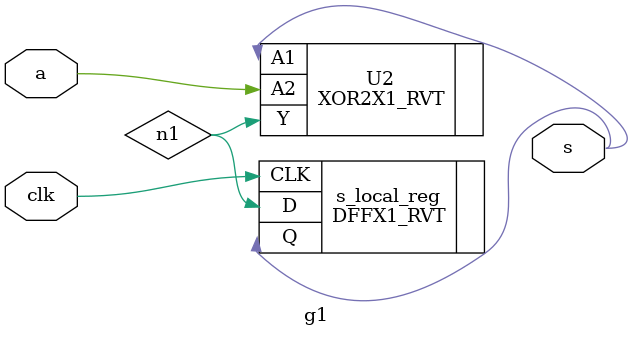
<source format=v>

module g1 ( clk, a, s );
  input clk, a;
  output s;
  wire   n1;

  DFFX1_RVT s_local_reg ( .D(n1), .CLK(clk), .Q(s) );
  XOR2X1_RVT U2 ( .A1(s), .A2(a), .Y(n1) );
endmodule


</source>
